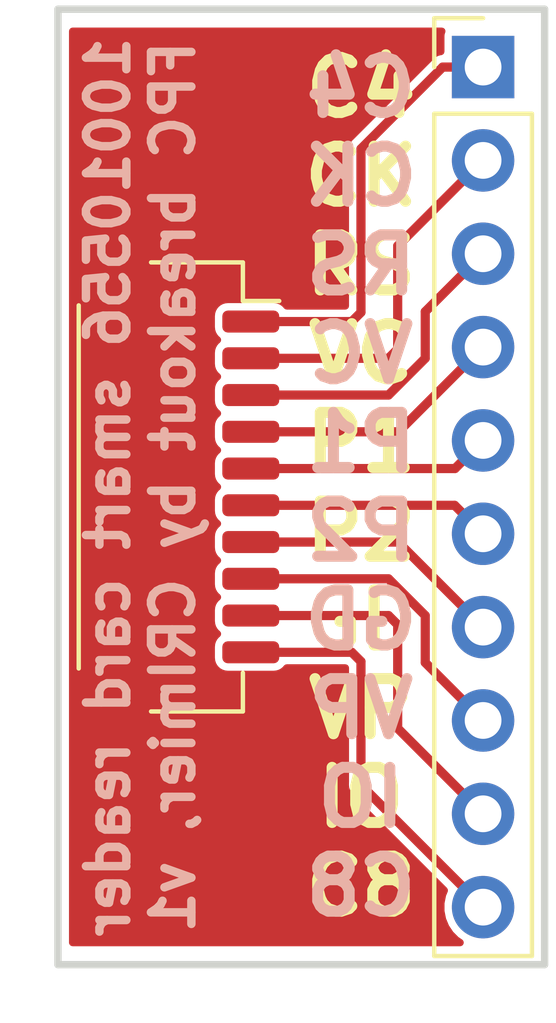
<source format=kicad_pcb>
(kicad_pcb (version 20171130) (host pcbnew 5.1.5+dfsg1-2build2)

  (general
    (thickness 1.6)
    (drawings 7)
    (tracks 33)
    (zones 0)
    (modules 2)
    (nets 12)
  )

  (page A4)
  (layers
    (0 F.Cu signal)
    (31 B.Cu signal)
    (32 B.Adhes user)
    (33 F.Adhes user)
    (34 B.Paste user)
    (35 F.Paste user)
    (36 B.SilkS user)
    (37 F.SilkS user)
    (38 B.Mask user)
    (39 F.Mask user)
    (40 Dwgs.User user)
    (41 Cmts.User user)
    (42 Eco1.User user)
    (43 Eco2.User user)
    (44 Edge.Cuts user)
    (45 Margin user)
    (46 B.CrtYd user)
    (47 F.CrtYd user)
    (48 B.Fab user)
    (49 F.Fab user)
  )

  (setup
    (last_trace_width 0.25)
    (trace_clearance 0.2)
    (zone_clearance 0.508)
    (zone_45_only no)
    (trace_min 0.2)
    (via_size 0.8)
    (via_drill 0.4)
    (via_min_size 0.4)
    (via_min_drill 0.3)
    (uvia_size 0.3)
    (uvia_drill 0.1)
    (uvias_allowed no)
    (uvia_min_size 0.2)
    (uvia_min_drill 0.1)
    (edge_width 0.15)
    (segment_width 0.2)
    (pcb_text_width 0.3)
    (pcb_text_size 1.5 1.5)
    (mod_edge_width 0.15)
    (mod_text_size 1 1)
    (mod_text_width 0.15)
    (pad_size 1.524 1.524)
    (pad_drill 0.762)
    (pad_to_mask_clearance 0.051)
    (solder_mask_min_width 0.25)
    (aux_axis_origin 155.5 66)
    (visible_elements FFFFFF7F)
    (pcbplotparams
      (layerselection 0x010fc_ffffffff)
      (usegerberextensions true)
      (usegerberattributes true)
      (usegerberadvancedattributes false)
      (creategerberjobfile false)
      (excludeedgelayer true)
      (linewidth 0.100000)
      (plotframeref false)
      (viasonmask false)
      (mode 1)
      (useauxorigin true)
      (hpglpennumber 1)
      (hpglpenspeed 20)
      (hpglpendiameter 15.000000)
      (psnegative false)
      (psa4output false)
      (plotreference false)
      (plotvalue false)
      (plotinvisibletext false)
      (padsonsilk false)
      (subtractmaskfromsilk true)
      (outputformat 1)
      (mirror false)
      (drillshape 0)
      (scaleselection 1)
      (outputdirectory "gerbers/"))
  )

  (net 0 "")
  (net 1 "Net-(J1-Pad1)")
  (net 2 "Net-(J1-Pad2)")
  (net 3 "Net-(J1-Pad3)")
  (net 4 "Net-(J1-Pad4)")
  (net 5 "Net-(J1-Pad5)")
  (net 6 "Net-(J1-Pad6)")
  (net 7 "Net-(J1-Pad7)")
  (net 8 "Net-(J1-Pad8)")
  (net 9 "Net-(J1-Pad9)")
  (net 10 "Net-(J1-Pad10)")
  (net 11 "Net-(J2-PadMP)")

  (net_class Default "This is the default net class."
    (clearance 0.2)
    (trace_width 0.25)
    (via_dia 0.8)
    (via_drill 0.4)
    (uvia_dia 0.3)
    (uvia_drill 0.1)
    (add_net "Net-(J1-Pad1)")
    (add_net "Net-(J1-Pad10)")
    (add_net "Net-(J1-Pad2)")
    (add_net "Net-(J1-Pad3)")
    (add_net "Net-(J1-Pad4)")
    (add_net "Net-(J1-Pad5)")
    (add_net "Net-(J1-Pad6)")
    (add_net "Net-(J1-Pad7)")
    (add_net "Net-(J1-Pad8)")
    (add_net "Net-(J1-Pad9)")
    (add_net "Net-(J2-PadMP)")
  )

  (module Connector_JST:JST_SH_SM10B-SRSS-TB_1x10-1MP_P1.00mm_Horizontal (layer F.Cu) (tedit 5E653B4C) (tstamp 5E730F93)
    (at 145.5 79 270)
    (descr "JST SH series connector, SM10B-SRSS-TB (http://www.jst-mfg.com/product/pdf/eng/eSH.pdf), generated with kicad-footprint-generator")
    (tags "connector JST SH top entry")
    (path /5E653ACF)
    (attr smd)
    (fp_text reference J2 (at 0 -3.98 270) (layer F.SilkS) hide
      (effects (font (size 1 1) (thickness 0.15)))
    )
    (fp_text value FPC_CONN (at 0 3.98 270) (layer F.Fab)
      (effects (font (size 1 1) (thickness 0.15)))
    )
    (fp_line (start -6 -1.675) (end 6 -1.675) (layer F.Fab) (width 0.1))
    (fp_line (start -6.11 0.715) (end -6.11 -1.785) (layer F.SilkS) (width 0.12))
    (fp_line (start -6.11 -1.785) (end -5.06 -1.785) (layer F.SilkS) (width 0.12))
    (fp_line (start -5.06 -1.785) (end -5.06 -2.775) (layer F.SilkS) (width 0.12))
    (fp_line (start 6.11 0.715) (end 6.11 -1.785) (layer F.SilkS) (width 0.12))
    (fp_line (start 6.11 -1.785) (end 5.06 -1.785) (layer F.SilkS) (width 0.12))
    (fp_line (start -4.94 2.685) (end 4.94 2.685) (layer F.SilkS) (width 0.12))
    (fp_line (start -6 2.575) (end 6 2.575) (layer F.Fab) (width 0.1))
    (fp_line (start -6 -1.675) (end -6 2.575) (layer F.Fab) (width 0.1))
    (fp_line (start 6 -1.675) (end 6 2.575) (layer F.Fab) (width 0.1))
    (fp_line (start -6.9 -3.28) (end -6.9 3.28) (layer F.CrtYd) (width 0.05))
    (fp_line (start -6.9 3.28) (end 6.9 3.28) (layer F.CrtYd) (width 0.05))
    (fp_line (start 6.9 3.28) (end 6.9 -3.28) (layer F.CrtYd) (width 0.05))
    (fp_line (start 6.9 -3.28) (end -6.9 -3.28) (layer F.CrtYd) (width 0.05))
    (fp_line (start -5 -1.675) (end -4.5 -0.967893) (layer F.Fab) (width 0.1))
    (fp_line (start -4.5 -0.967893) (end -4 -1.675) (layer F.Fab) (width 0.1))
    (fp_text user %R (at 0 0 270) (layer F.Fab)
      (effects (font (size 1 1) (thickness 0.15)))
    )
    (pad 1 smd roundrect (at -4.5 -2 270) (size 0.6 1.55) (layers F.Cu F.Paste F.Mask) (roundrect_rratio 0.25)
      (net 1 "Net-(J1-Pad1)"))
    (pad 2 smd roundrect (at -3.5 -2 270) (size 0.6 1.55) (layers F.Cu F.Paste F.Mask) (roundrect_rratio 0.25)
      (net 2 "Net-(J1-Pad2)"))
    (pad 3 smd roundrect (at -2.5 -2 270) (size 0.6 1.55) (layers F.Cu F.Paste F.Mask) (roundrect_rratio 0.25)
      (net 3 "Net-(J1-Pad3)"))
    (pad 4 smd roundrect (at -1.5 -2 270) (size 0.6 1.55) (layers F.Cu F.Paste F.Mask) (roundrect_rratio 0.25)
      (net 4 "Net-(J1-Pad4)"))
    (pad 5 smd roundrect (at -0.5 -2 270) (size 0.6 1.55) (layers F.Cu F.Paste F.Mask) (roundrect_rratio 0.25)
      (net 5 "Net-(J1-Pad5)"))
    (pad 6 smd roundrect (at 0.5 -2 270) (size 0.6 1.55) (layers F.Cu F.Paste F.Mask) (roundrect_rratio 0.25)
      (net 6 "Net-(J1-Pad6)"))
    (pad 7 smd roundrect (at 1.5 -2 270) (size 0.6 1.55) (layers F.Cu F.Paste F.Mask) (roundrect_rratio 0.25)
      (net 7 "Net-(J1-Pad7)"))
    (pad 8 smd roundrect (at 2.5 -2 270) (size 0.6 1.55) (layers F.Cu F.Paste F.Mask) (roundrect_rratio 0.25)
      (net 8 "Net-(J1-Pad8)"))
    (pad 9 smd roundrect (at 3.5 -2 270) (size 0.6 1.55) (layers F.Cu F.Paste F.Mask) (roundrect_rratio 0.25)
      (net 9 "Net-(J1-Pad9)"))
    (pad 10 smd roundrect (at 4.5 -2 270) (size 0.6 1.55) (layers F.Cu F.Paste F.Mask) (roundrect_rratio 0.25)
      (net 10 "Net-(J1-Pad10)"))
    (pad MP smd roundrect (at -5.8 1.875 270) (size 1.2 1.8) (layers F.Cu F.Paste F.Mask) (roundrect_rratio 0.208333)
      (net 11 "Net-(J2-PadMP)"))
    (pad MP smd roundrect (at 5.8 1.875 270) (size 1.2 1.8) (layers F.Cu F.Paste F.Mask) (roundrect_rratio 0.208333)
      (net 11 "Net-(J2-PadMP)"))
    (model ${KISYS3DMOD}/Connector_JST.3dshapes/JST_SH_SM10B-SRSS-TB_1x10-1MP_P1.00mm_Horizontal.wrl
      (at (xyz 0 0 0))
      (scale (xyz 1 1 1))
      (rotate (xyz 0 0 0))
    )
  )

  (module Connector_PinHeader_2.54mm:PinHeader_1x10_P2.54mm_Vertical (layer F.Cu) (tedit 5E653B4F) (tstamp 5E730F72)
    (at 153.825001 67.575001)
    (descr "Through hole straight pin header, 1x10, 2.54mm pitch, single row")
    (tags "Through hole pin header THT 1x10 2.54mm single row")
    (path /5E653BD3)
    (fp_text reference J1 (at 0 -2.33) (layer F.SilkS) hide
      (effects (font (size 1 1) (thickness 0.15)))
    )
    (fp_text value BRKT (at 0 25.19) (layer F.Fab)
      (effects (font (size 1 1) (thickness 0.15)))
    )
    (fp_line (start -0.635 -1.27) (end 1.27 -1.27) (layer F.Fab) (width 0.1))
    (fp_line (start 1.27 -1.27) (end 1.27 24.13) (layer F.Fab) (width 0.1))
    (fp_line (start 1.27 24.13) (end -1.27 24.13) (layer F.Fab) (width 0.1))
    (fp_line (start -1.27 24.13) (end -1.27 -0.635) (layer F.Fab) (width 0.1))
    (fp_line (start -1.27 -0.635) (end -0.635 -1.27) (layer F.Fab) (width 0.1))
    (fp_line (start -1.33 24.19) (end 1.33 24.19) (layer F.SilkS) (width 0.12))
    (fp_line (start -1.33 1.27) (end -1.33 24.19) (layer F.SilkS) (width 0.12))
    (fp_line (start 1.33 1.27) (end 1.33 24.19) (layer F.SilkS) (width 0.12))
    (fp_line (start -1.33 1.27) (end 1.33 1.27) (layer F.SilkS) (width 0.12))
    (fp_line (start -1.33 0) (end -1.33 -1.33) (layer F.SilkS) (width 0.12))
    (fp_line (start -1.33 -1.33) (end 0 -1.33) (layer F.SilkS) (width 0.12))
    (fp_line (start -1.8 -1.8) (end -1.8 24.65) (layer F.CrtYd) (width 0.05))
    (fp_line (start -1.8 24.65) (end 1.8 24.65) (layer F.CrtYd) (width 0.05))
    (fp_line (start 1.8 24.65) (end 1.8 -1.8) (layer F.CrtYd) (width 0.05))
    (fp_line (start 1.8 -1.8) (end -1.8 -1.8) (layer F.CrtYd) (width 0.05))
    (fp_text user %R (at 0 11.43 90) (layer F.Fab)
      (effects (font (size 1 1) (thickness 0.15)))
    )
    (pad 1 thru_hole rect (at 0 0) (size 1.7 1.7) (drill 1) (layers *.Cu *.Mask)
      (net 1 "Net-(J1-Pad1)"))
    (pad 2 thru_hole oval (at 0 2.54) (size 1.7 1.7) (drill 1) (layers *.Cu *.Mask)
      (net 2 "Net-(J1-Pad2)"))
    (pad 3 thru_hole oval (at 0 5.08) (size 1.7 1.7) (drill 1) (layers *.Cu *.Mask)
      (net 3 "Net-(J1-Pad3)"))
    (pad 4 thru_hole oval (at 0 7.62) (size 1.7 1.7) (drill 1) (layers *.Cu *.Mask)
      (net 4 "Net-(J1-Pad4)"))
    (pad 5 thru_hole oval (at 0 10.16) (size 1.7 1.7) (drill 1) (layers *.Cu *.Mask)
      (net 5 "Net-(J1-Pad5)"))
    (pad 6 thru_hole oval (at 0 12.7) (size 1.7 1.7) (drill 1) (layers *.Cu *.Mask)
      (net 6 "Net-(J1-Pad6)"))
    (pad 7 thru_hole oval (at 0 15.24) (size 1.7 1.7) (drill 1) (layers *.Cu *.Mask)
      (net 7 "Net-(J1-Pad7)"))
    (pad 8 thru_hole oval (at 0 17.78) (size 1.7 1.7) (drill 1) (layers *.Cu *.Mask)
      (net 8 "Net-(J1-Pad8)"))
    (pad 9 thru_hole oval (at 0 20.32) (size 1.7 1.7) (drill 1) (layers *.Cu *.Mask)
      (net 9 "Net-(J1-Pad9)"))
    (pad 10 thru_hole oval (at 0 22.86) (size 1.7 1.7) (drill 1) (layers *.Cu *.Mask)
      (net 10 "Net-(J1-Pad10)"))
    (model ${KISYS3DMOD}/Connector_PinHeader_2.54mm.3dshapes/PinHeader_1x10_P2.54mm_Vertical.wrl
      (at (xyz 0 0 0))
      (scale (xyz 1 1 1))
      (rotate (xyz 0 0 0))
    )
  )

  (gr_text "10010556 smart card reader\nFPC breakout by CRImier, v1" (at 144.5 79 90) (layer B.SilkS)
    (effects (font (size 1.1 1.1) (thickness 0.23)) (justify mirror))
  )
  (gr_text "C4\nCK\nRS\nVC\nP1\nP2\nGD\nVP\nIO\nC8" (at 150.5 79) (layer B.SilkS) (tstamp 5E73124A)
    (effects (font (size 1.5 1.5) (thickness 0.3)) (justify mirror))
  )
  (gr_line (start 142.25 66) (end 155.5 66) (layer Edge.Cuts) (width 0.2))
  (gr_line (start 142.25 92) (end 142.25 66) (layer Edge.Cuts) (width 0.2))
  (gr_line (start 155.5 92) (end 142.25 92) (layer Edge.Cuts) (width 0.2))
  (gr_line (start 155.5 66) (end 155.5 92) (layer Edge.Cuts) (width 0.2))
  (gr_text "C4\nCK\nRS\nVC\nP1\nP2\nGD\nVP\nIO\nC8" (at 150.5 79) (layer F.SilkS)
    (effects (font (size 1.5 1.5) (thickness 0.3)))
  )

  (segment (start 147.5 74.5) (end 150.25 74.5) (width 0.25) (layer F.Cu) (net 1))
  (segment (start 150.25 74.5) (end 150.5 74.25) (width 0.25) (layer F.Cu) (net 1))
  (segment (start 152.725001 67.575001) (end 153.825001 67.575001) (width 0.25) (layer F.Cu) (net 1))
  (segment (start 150.5 69.800002) (end 152.725001 67.575001) (width 0.25) (layer F.Cu) (net 1))
  (segment (start 150.5 74.25) (end 150.5 69.800002) (width 0.25) (layer F.Cu) (net 1))
  (segment (start 147.5 75.5) (end 151.25 75.5) (width 0.25) (layer F.Cu) (net 2))
  (segment (start 151.25 75.5) (end 151.5 75.25) (width 0.25) (layer F.Cu) (net 2))
  (segment (start 151.5 72.440002) (end 153.825001 70.115001) (width 0.25) (layer F.Cu) (net 2))
  (segment (start 151.5 75.25) (end 151.5 72.440002) (width 0.25) (layer F.Cu) (net 2))
  (segment (start 147.5 76.5) (end 151.25 76.5) (width 0.25) (layer F.Cu) (net 3))
  (segment (start 151.25 76.5) (end 152.25 75.5) (width 0.25) (layer F.Cu) (net 3))
  (segment (start 152.25 74.230002) (end 153.825001 72.655001) (width 0.25) (layer F.Cu) (net 3))
  (segment (start 152.25 75.5) (end 152.25 74.230002) (width 0.25) (layer F.Cu) (net 3))
  (segment (start 151.520002 77.5) (end 153.825001 75.195001) (width 0.25) (layer F.Cu) (net 4))
  (segment (start 147.5 77.5) (end 151.520002 77.5) (width 0.25) (layer F.Cu) (net 4))
  (segment (start 153.060002 78.5) (end 153.825001 77.735001) (width 0.25) (layer F.Cu) (net 5))
  (segment (start 147.5 78.5) (end 153.060002 78.5) (width 0.25) (layer F.Cu) (net 5))
  (segment (start 153.05 79.5) (end 153.825001 80.275001) (width 0.25) (layer F.Cu) (net 6))
  (segment (start 147.5 79.5) (end 153.05 79.5) (width 0.25) (layer F.Cu) (net 6))
  (segment (start 151.51 80.5) (end 153.825001 82.815001) (width 0.25) (layer F.Cu) (net 7))
  (segment (start 147.5 80.5) (end 151.51 80.5) (width 0.25) (layer F.Cu) (net 7))
  (segment (start 152.25 83.78) (end 153.825001 85.355001) (width 0.25) (layer F.Cu) (net 8))
  (segment (start 152.25 82.5) (end 152.25 83.78) (width 0.25) (layer F.Cu) (net 8))
  (segment (start 147.5 81.5) (end 151.25 81.5) (width 0.25) (layer F.Cu) (net 8))
  (segment (start 151.25 81.5) (end 152.25 82.5) (width 0.25) (layer F.Cu) (net 8))
  (segment (start 147.5 82.5) (end 151.25 82.5) (width 0.25) (layer F.Cu) (net 9))
  (segment (start 151.25 82.5) (end 151.5 82.75) (width 0.25) (layer F.Cu) (net 9))
  (segment (start 151.5 85.57) (end 153.825001 87.895001) (width 0.25) (layer F.Cu) (net 9))
  (segment (start 151.5 82.75) (end 151.5 85.57) (width 0.25) (layer F.Cu) (net 9))
  (segment (start 150.5 87.11) (end 153.825001 90.435001) (width 0.25) (layer F.Cu) (net 10))
  (segment (start 150.5 83.75) (end 150.5 87.11) (width 0.25) (layer F.Cu) (net 10))
  (segment (start 147.5 83.5) (end 150.25 83.5) (width 0.25) (layer F.Cu) (net 10))
  (segment (start 150.25 83.5) (end 150.5 83.75) (width 0.25) (layer F.Cu) (net 10))

  (zone (net 11) (net_name "Net-(J2-PadMP)") (layer F.Cu) (tstamp 61875002) (hatch edge 0.508)
    (connect_pads yes (clearance 0.2))
    (min_thickness 0.2)
    (fill yes (arc_segments 16) (thermal_gap 0.508) (thermal_bridge_width 0.508))
    (polygon
      (pts
        (xy 142.25 66.5) (xy 155 66.5) (xy 155.5 91.5) (xy 142.25 91.5)
      )
    )
    (filled_polygon
      (pts
        (xy 152.696497 66.609641) (xy 152.679342 66.666191) (xy 152.67355 66.725001) (xy 152.67355 67.153013) (xy 152.641687 67.156151)
        (xy 152.561574 67.180453) (xy 152.487741 67.219917) (xy 152.423027 67.273027) (xy 152.409717 67.289245) (xy 150.214239 69.484723)
        (xy 150.198027 69.498028) (xy 150.144917 69.562742) (xy 150.105453 69.636575) (xy 150.08115 69.716688) (xy 150.072945 69.800002)
        (xy 150.075001 69.820879) (xy 150.075 74.07396) (xy 150.07396 74.075) (xy 148.480518 74.075) (xy 148.444224 74.030776)
        (xy 148.375813 73.974632) (xy 148.297763 73.932914) (xy 148.213074 73.907224) (xy 148.125 73.898549) (xy 146.875 73.898549)
        (xy 146.786926 73.907224) (xy 146.702237 73.932914) (xy 146.624187 73.974632) (xy 146.555776 74.030776) (xy 146.499632 74.099187)
        (xy 146.457914 74.177237) (xy 146.432224 74.261926) (xy 146.423549 74.35) (xy 146.423549 74.65) (xy 146.432224 74.738074)
        (xy 146.457914 74.822763) (xy 146.499632 74.900813) (xy 146.555776 74.969224) (xy 146.593276 75) (xy 146.555776 75.030776)
        (xy 146.499632 75.099187) (xy 146.457914 75.177237) (xy 146.432224 75.261926) (xy 146.423549 75.35) (xy 146.423549 75.65)
        (xy 146.432224 75.738074) (xy 146.457914 75.822763) (xy 146.499632 75.900813) (xy 146.555776 75.969224) (xy 146.593276 76)
        (xy 146.555776 76.030776) (xy 146.499632 76.099187) (xy 146.457914 76.177237) (xy 146.432224 76.261926) (xy 146.423549 76.35)
        (xy 146.423549 76.65) (xy 146.432224 76.738074) (xy 146.457914 76.822763) (xy 146.499632 76.900813) (xy 146.555776 76.969224)
        (xy 146.593276 77) (xy 146.555776 77.030776) (xy 146.499632 77.099187) (xy 146.457914 77.177237) (xy 146.432224 77.261926)
        (xy 146.423549 77.35) (xy 146.423549 77.65) (xy 146.432224 77.738074) (xy 146.457914 77.822763) (xy 146.499632 77.900813)
        (xy 146.555776 77.969224) (xy 146.593276 78) (xy 146.555776 78.030776) (xy 146.499632 78.099187) (xy 146.457914 78.177237)
        (xy 146.432224 78.261926) (xy 146.423549 78.35) (xy 146.423549 78.65) (xy 146.432224 78.738074) (xy 146.457914 78.822763)
        (xy 146.499632 78.900813) (xy 146.555776 78.969224) (xy 146.593276 79) (xy 146.555776 79.030776) (xy 146.499632 79.099187)
        (xy 146.457914 79.177237) (xy 146.432224 79.261926) (xy 146.423549 79.35) (xy 146.423549 79.65) (xy 146.432224 79.738074)
        (xy 146.457914 79.822763) (xy 146.499632 79.900813) (xy 146.555776 79.969224) (xy 146.593276 80) (xy 146.555776 80.030776)
        (xy 146.499632 80.099187) (xy 146.457914 80.177237) (xy 146.432224 80.261926) (xy 146.423549 80.35) (xy 146.423549 80.65)
        (xy 146.432224 80.738074) (xy 146.457914 80.822763) (xy 146.499632 80.900813) (xy 146.555776 80.969224) (xy 146.593276 81)
        (xy 146.555776 81.030776) (xy 146.499632 81.099187) (xy 146.457914 81.177237) (xy 146.432224 81.261926) (xy 146.423549 81.35)
        (xy 146.423549 81.65) (xy 146.432224 81.738074) (xy 146.457914 81.822763) (xy 146.499632 81.900813) (xy 146.555776 81.969224)
        (xy 146.593276 82) (xy 146.555776 82.030776) (xy 146.499632 82.099187) (xy 146.457914 82.177237) (xy 146.432224 82.261926)
        (xy 146.423549 82.35) (xy 146.423549 82.65) (xy 146.432224 82.738074) (xy 146.457914 82.822763) (xy 146.499632 82.900813)
        (xy 146.555776 82.969224) (xy 146.593276 83) (xy 146.555776 83.030776) (xy 146.499632 83.099187) (xy 146.457914 83.177237)
        (xy 146.432224 83.261926) (xy 146.423549 83.35) (xy 146.423549 83.65) (xy 146.432224 83.738074) (xy 146.457914 83.822763)
        (xy 146.499632 83.900813) (xy 146.555776 83.969224) (xy 146.624187 84.025368) (xy 146.702237 84.067086) (xy 146.786926 84.092776)
        (xy 146.875 84.101451) (xy 148.125 84.101451) (xy 148.213074 84.092776) (xy 148.297763 84.067086) (xy 148.375813 84.025368)
        (xy 148.444224 83.969224) (xy 148.480518 83.925) (xy 150.07396 83.925) (xy 150.075 83.92604) (xy 150.075001 87.089123)
        (xy 150.072945 87.11) (xy 150.08115 87.193314) (xy 150.105453 87.273427) (xy 150.144917 87.34726) (xy 150.198027 87.411974)
        (xy 150.214239 87.425279) (xy 152.768789 89.979829) (xy 152.719195 90.099558) (xy 152.675001 90.321736) (xy 152.675001 90.548266)
        (xy 152.719195 90.770444) (xy 152.805885 90.97973) (xy 152.931738 91.168083) (xy 153.091919 91.328264) (xy 153.19928 91.4)
        (xy 142.65 91.4) (xy 142.65 66.6) (xy 152.70165 66.6)
      )
    )
  )
)

</source>
